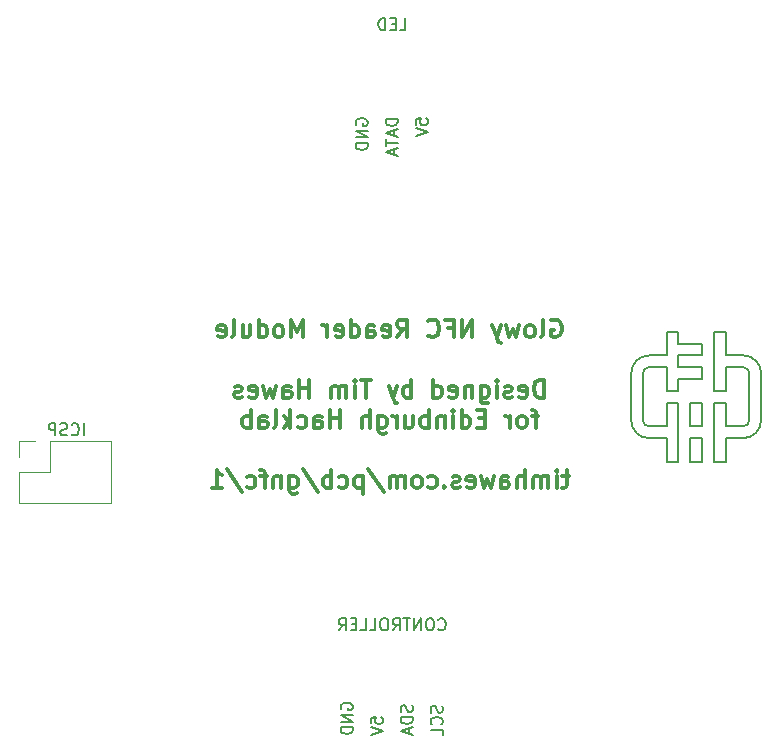
<source format=gbo>
G04 #@! TF.GenerationSoftware,KiCad,Pcbnew,(5.1.2-1)-1*
G04 #@! TF.CreationDate,2019-07-21T21:36:06+01:00*
G04 #@! TF.ProjectId,glowy_nfc_reader_module,676c6f77-795f-46e6-9663-5f7265616465,rev?*
G04 #@! TF.SameCoordinates,Original*
G04 #@! TF.FileFunction,Legend,Bot*
G04 #@! TF.FilePolarity,Positive*
%FSLAX46Y46*%
G04 Gerber Fmt 4.6, Leading zero omitted, Abs format (unit mm)*
G04 Created by KiCad (PCBNEW (5.1.2-1)-1) date 2019-07-21 21:36:06*
%MOMM*%
%LPD*%
G04 APERTURE LIST*
%ADD10C,0.300000*%
%ADD11C,0.150000*%
%ADD12C,0.120000*%
G04 APERTURE END LIST*
D10*
X162074285Y-95505000D02*
X162217142Y-95433571D01*
X162431428Y-95433571D01*
X162645714Y-95505000D01*
X162788571Y-95647857D01*
X162860000Y-95790714D01*
X162931428Y-96076428D01*
X162931428Y-96290714D01*
X162860000Y-96576428D01*
X162788571Y-96719285D01*
X162645714Y-96862142D01*
X162431428Y-96933571D01*
X162288571Y-96933571D01*
X162074285Y-96862142D01*
X162002857Y-96790714D01*
X162002857Y-96290714D01*
X162288571Y-96290714D01*
X161145714Y-96933571D02*
X161288571Y-96862142D01*
X161360000Y-96719285D01*
X161360000Y-95433571D01*
X160360000Y-96933571D02*
X160502857Y-96862142D01*
X160574285Y-96790714D01*
X160645714Y-96647857D01*
X160645714Y-96219285D01*
X160574285Y-96076428D01*
X160502857Y-96005000D01*
X160360000Y-95933571D01*
X160145714Y-95933571D01*
X160002857Y-96005000D01*
X159931428Y-96076428D01*
X159860000Y-96219285D01*
X159860000Y-96647857D01*
X159931428Y-96790714D01*
X160002857Y-96862142D01*
X160145714Y-96933571D01*
X160360000Y-96933571D01*
X159360000Y-95933571D02*
X159074285Y-96933571D01*
X158788571Y-96219285D01*
X158502857Y-96933571D01*
X158217142Y-95933571D01*
X157788571Y-95933571D02*
X157431428Y-96933571D01*
X157074285Y-95933571D02*
X157431428Y-96933571D01*
X157574285Y-97290714D01*
X157645714Y-97362142D01*
X157788571Y-97433571D01*
X155360000Y-96933571D02*
X155360000Y-95433571D01*
X154502857Y-96933571D01*
X154502857Y-95433571D01*
X153288571Y-96147857D02*
X153788571Y-96147857D01*
X153788571Y-96933571D02*
X153788571Y-95433571D01*
X153074285Y-95433571D01*
X151645714Y-96790714D02*
X151717142Y-96862142D01*
X151931428Y-96933571D01*
X152074285Y-96933571D01*
X152288571Y-96862142D01*
X152431428Y-96719285D01*
X152502857Y-96576428D01*
X152574285Y-96290714D01*
X152574285Y-96076428D01*
X152502857Y-95790714D01*
X152431428Y-95647857D01*
X152288571Y-95505000D01*
X152074285Y-95433571D01*
X151931428Y-95433571D01*
X151717142Y-95505000D01*
X151645714Y-95576428D01*
X149002857Y-96933571D02*
X149502857Y-96219285D01*
X149860000Y-96933571D02*
X149860000Y-95433571D01*
X149288571Y-95433571D01*
X149145714Y-95505000D01*
X149074285Y-95576428D01*
X149002857Y-95719285D01*
X149002857Y-95933571D01*
X149074285Y-96076428D01*
X149145714Y-96147857D01*
X149288571Y-96219285D01*
X149860000Y-96219285D01*
X147788571Y-96862142D02*
X147931428Y-96933571D01*
X148217142Y-96933571D01*
X148360000Y-96862142D01*
X148431428Y-96719285D01*
X148431428Y-96147857D01*
X148360000Y-96005000D01*
X148217142Y-95933571D01*
X147931428Y-95933571D01*
X147788571Y-96005000D01*
X147717142Y-96147857D01*
X147717142Y-96290714D01*
X148431428Y-96433571D01*
X146431428Y-96933571D02*
X146431428Y-96147857D01*
X146502857Y-96005000D01*
X146645714Y-95933571D01*
X146931428Y-95933571D01*
X147074285Y-96005000D01*
X146431428Y-96862142D02*
X146574285Y-96933571D01*
X146931428Y-96933571D01*
X147074285Y-96862142D01*
X147145714Y-96719285D01*
X147145714Y-96576428D01*
X147074285Y-96433571D01*
X146931428Y-96362142D01*
X146574285Y-96362142D01*
X146431428Y-96290714D01*
X145074285Y-96933571D02*
X145074285Y-95433571D01*
X145074285Y-96862142D02*
X145217142Y-96933571D01*
X145502857Y-96933571D01*
X145645714Y-96862142D01*
X145717142Y-96790714D01*
X145788571Y-96647857D01*
X145788571Y-96219285D01*
X145717142Y-96076428D01*
X145645714Y-96005000D01*
X145502857Y-95933571D01*
X145217142Y-95933571D01*
X145074285Y-96005000D01*
X143788571Y-96862142D02*
X143931428Y-96933571D01*
X144217142Y-96933571D01*
X144360000Y-96862142D01*
X144431428Y-96719285D01*
X144431428Y-96147857D01*
X144360000Y-96005000D01*
X144217142Y-95933571D01*
X143931428Y-95933571D01*
X143788571Y-96005000D01*
X143717142Y-96147857D01*
X143717142Y-96290714D01*
X144431428Y-96433571D01*
X143074285Y-96933571D02*
X143074285Y-95933571D01*
X143074285Y-96219285D02*
X143002857Y-96076428D01*
X142931428Y-96005000D01*
X142788571Y-95933571D01*
X142645714Y-95933571D01*
X141002857Y-96933571D02*
X141002857Y-95433571D01*
X140502857Y-96505000D01*
X140002857Y-95433571D01*
X140002857Y-96933571D01*
X139074285Y-96933571D02*
X139217142Y-96862142D01*
X139288571Y-96790714D01*
X139360000Y-96647857D01*
X139360000Y-96219285D01*
X139288571Y-96076428D01*
X139217142Y-96005000D01*
X139074285Y-95933571D01*
X138860000Y-95933571D01*
X138717142Y-96005000D01*
X138645714Y-96076428D01*
X138574285Y-96219285D01*
X138574285Y-96647857D01*
X138645714Y-96790714D01*
X138717142Y-96862142D01*
X138860000Y-96933571D01*
X139074285Y-96933571D01*
X137288571Y-96933571D02*
X137288571Y-95433571D01*
X137288571Y-96862142D02*
X137431428Y-96933571D01*
X137717142Y-96933571D01*
X137860000Y-96862142D01*
X137931428Y-96790714D01*
X138002857Y-96647857D01*
X138002857Y-96219285D01*
X137931428Y-96076428D01*
X137860000Y-96005000D01*
X137717142Y-95933571D01*
X137431428Y-95933571D01*
X137288571Y-96005000D01*
X135931428Y-95933571D02*
X135931428Y-96933571D01*
X136574285Y-95933571D02*
X136574285Y-96719285D01*
X136502857Y-96862142D01*
X136360000Y-96933571D01*
X136145714Y-96933571D01*
X136002857Y-96862142D01*
X135931428Y-96790714D01*
X135002857Y-96933571D02*
X135145714Y-96862142D01*
X135217142Y-96719285D01*
X135217142Y-95433571D01*
X133860000Y-96862142D02*
X134002857Y-96933571D01*
X134288571Y-96933571D01*
X134431428Y-96862142D01*
X134502857Y-96719285D01*
X134502857Y-96147857D01*
X134431428Y-96005000D01*
X134288571Y-95933571D01*
X134002857Y-95933571D01*
X133860000Y-96005000D01*
X133788571Y-96147857D01*
X133788571Y-96290714D01*
X134502857Y-96433571D01*
X161431428Y-102033571D02*
X161431428Y-100533571D01*
X161074285Y-100533571D01*
X160860000Y-100605000D01*
X160717142Y-100747857D01*
X160645714Y-100890714D01*
X160574285Y-101176428D01*
X160574285Y-101390714D01*
X160645714Y-101676428D01*
X160717142Y-101819285D01*
X160860000Y-101962142D01*
X161074285Y-102033571D01*
X161431428Y-102033571D01*
X159360000Y-101962142D02*
X159502857Y-102033571D01*
X159788571Y-102033571D01*
X159931428Y-101962142D01*
X160002857Y-101819285D01*
X160002857Y-101247857D01*
X159931428Y-101105000D01*
X159788571Y-101033571D01*
X159502857Y-101033571D01*
X159360000Y-101105000D01*
X159288571Y-101247857D01*
X159288571Y-101390714D01*
X160002857Y-101533571D01*
X158717142Y-101962142D02*
X158574285Y-102033571D01*
X158288571Y-102033571D01*
X158145714Y-101962142D01*
X158074285Y-101819285D01*
X158074285Y-101747857D01*
X158145714Y-101605000D01*
X158288571Y-101533571D01*
X158502857Y-101533571D01*
X158645714Y-101462142D01*
X158717142Y-101319285D01*
X158717142Y-101247857D01*
X158645714Y-101105000D01*
X158502857Y-101033571D01*
X158288571Y-101033571D01*
X158145714Y-101105000D01*
X157431428Y-102033571D02*
X157431428Y-101033571D01*
X157431428Y-100533571D02*
X157502857Y-100605000D01*
X157431428Y-100676428D01*
X157360000Y-100605000D01*
X157431428Y-100533571D01*
X157431428Y-100676428D01*
X156074285Y-101033571D02*
X156074285Y-102247857D01*
X156145714Y-102390714D01*
X156217142Y-102462142D01*
X156360000Y-102533571D01*
X156574285Y-102533571D01*
X156717142Y-102462142D01*
X156074285Y-101962142D02*
X156217142Y-102033571D01*
X156502857Y-102033571D01*
X156645714Y-101962142D01*
X156717142Y-101890714D01*
X156788571Y-101747857D01*
X156788571Y-101319285D01*
X156717142Y-101176428D01*
X156645714Y-101105000D01*
X156502857Y-101033571D01*
X156217142Y-101033571D01*
X156074285Y-101105000D01*
X155360000Y-101033571D02*
X155360000Y-102033571D01*
X155360000Y-101176428D02*
X155288571Y-101105000D01*
X155145714Y-101033571D01*
X154931428Y-101033571D01*
X154788571Y-101105000D01*
X154717142Y-101247857D01*
X154717142Y-102033571D01*
X153431428Y-101962142D02*
X153574285Y-102033571D01*
X153860000Y-102033571D01*
X154002857Y-101962142D01*
X154074285Y-101819285D01*
X154074285Y-101247857D01*
X154002857Y-101105000D01*
X153860000Y-101033571D01*
X153574285Y-101033571D01*
X153431428Y-101105000D01*
X153360000Y-101247857D01*
X153360000Y-101390714D01*
X154074285Y-101533571D01*
X152074285Y-102033571D02*
X152074285Y-100533571D01*
X152074285Y-101962142D02*
X152217142Y-102033571D01*
X152502857Y-102033571D01*
X152645714Y-101962142D01*
X152717142Y-101890714D01*
X152788571Y-101747857D01*
X152788571Y-101319285D01*
X152717142Y-101176428D01*
X152645714Y-101105000D01*
X152502857Y-101033571D01*
X152217142Y-101033571D01*
X152074285Y-101105000D01*
X150217142Y-102033571D02*
X150217142Y-100533571D01*
X150217142Y-101105000D02*
X150074285Y-101033571D01*
X149788571Y-101033571D01*
X149645714Y-101105000D01*
X149574285Y-101176428D01*
X149502857Y-101319285D01*
X149502857Y-101747857D01*
X149574285Y-101890714D01*
X149645714Y-101962142D01*
X149788571Y-102033571D01*
X150074285Y-102033571D01*
X150217142Y-101962142D01*
X149002857Y-101033571D02*
X148645714Y-102033571D01*
X148288571Y-101033571D02*
X148645714Y-102033571D01*
X148788571Y-102390714D01*
X148860000Y-102462142D01*
X149002857Y-102533571D01*
X146788571Y-100533571D02*
X145931428Y-100533571D01*
X146360000Y-102033571D02*
X146360000Y-100533571D01*
X145431428Y-102033571D02*
X145431428Y-101033571D01*
X145431428Y-100533571D02*
X145502857Y-100605000D01*
X145431428Y-100676428D01*
X145360000Y-100605000D01*
X145431428Y-100533571D01*
X145431428Y-100676428D01*
X144717142Y-102033571D02*
X144717142Y-101033571D01*
X144717142Y-101176428D02*
X144645714Y-101105000D01*
X144502857Y-101033571D01*
X144288571Y-101033571D01*
X144145714Y-101105000D01*
X144074285Y-101247857D01*
X144074285Y-102033571D01*
X144074285Y-101247857D02*
X144002857Y-101105000D01*
X143860000Y-101033571D01*
X143645714Y-101033571D01*
X143502857Y-101105000D01*
X143431428Y-101247857D01*
X143431428Y-102033571D01*
X141574285Y-102033571D02*
X141574285Y-100533571D01*
X141574285Y-101247857D02*
X140717142Y-101247857D01*
X140717142Y-102033571D02*
X140717142Y-100533571D01*
X139360000Y-102033571D02*
X139360000Y-101247857D01*
X139431428Y-101105000D01*
X139574285Y-101033571D01*
X139860000Y-101033571D01*
X140002857Y-101105000D01*
X139360000Y-101962142D02*
X139502857Y-102033571D01*
X139860000Y-102033571D01*
X140002857Y-101962142D01*
X140074285Y-101819285D01*
X140074285Y-101676428D01*
X140002857Y-101533571D01*
X139860000Y-101462142D01*
X139502857Y-101462142D01*
X139360000Y-101390714D01*
X138788571Y-101033571D02*
X138502857Y-102033571D01*
X138217142Y-101319285D01*
X137931428Y-102033571D01*
X137645714Y-101033571D01*
X136502857Y-101962142D02*
X136645714Y-102033571D01*
X136931428Y-102033571D01*
X137074285Y-101962142D01*
X137145714Y-101819285D01*
X137145714Y-101247857D01*
X137074285Y-101105000D01*
X136931428Y-101033571D01*
X136645714Y-101033571D01*
X136502857Y-101105000D01*
X136431428Y-101247857D01*
X136431428Y-101390714D01*
X137145714Y-101533571D01*
X135860000Y-101962142D02*
X135717142Y-102033571D01*
X135431428Y-102033571D01*
X135288571Y-101962142D01*
X135217142Y-101819285D01*
X135217142Y-101747857D01*
X135288571Y-101605000D01*
X135431428Y-101533571D01*
X135645714Y-101533571D01*
X135788571Y-101462142D01*
X135860000Y-101319285D01*
X135860000Y-101247857D01*
X135788571Y-101105000D01*
X135645714Y-101033571D01*
X135431428Y-101033571D01*
X135288571Y-101105000D01*
X160967142Y-103583571D02*
X160395714Y-103583571D01*
X160752857Y-104583571D02*
X160752857Y-103297857D01*
X160681428Y-103155000D01*
X160538571Y-103083571D01*
X160395714Y-103083571D01*
X159681428Y-104583571D02*
X159824285Y-104512142D01*
X159895714Y-104440714D01*
X159967142Y-104297857D01*
X159967142Y-103869285D01*
X159895714Y-103726428D01*
X159824285Y-103655000D01*
X159681428Y-103583571D01*
X159467142Y-103583571D01*
X159324285Y-103655000D01*
X159252857Y-103726428D01*
X159181428Y-103869285D01*
X159181428Y-104297857D01*
X159252857Y-104440714D01*
X159324285Y-104512142D01*
X159467142Y-104583571D01*
X159681428Y-104583571D01*
X158538571Y-104583571D02*
X158538571Y-103583571D01*
X158538571Y-103869285D02*
X158467142Y-103726428D01*
X158395714Y-103655000D01*
X158252857Y-103583571D01*
X158110000Y-103583571D01*
X156467142Y-103797857D02*
X155967142Y-103797857D01*
X155752857Y-104583571D02*
X156467142Y-104583571D01*
X156467142Y-103083571D01*
X155752857Y-103083571D01*
X154467142Y-104583571D02*
X154467142Y-103083571D01*
X154467142Y-104512142D02*
X154610000Y-104583571D01*
X154895714Y-104583571D01*
X155038571Y-104512142D01*
X155110000Y-104440714D01*
X155181428Y-104297857D01*
X155181428Y-103869285D01*
X155110000Y-103726428D01*
X155038571Y-103655000D01*
X154895714Y-103583571D01*
X154610000Y-103583571D01*
X154467142Y-103655000D01*
X153752857Y-104583571D02*
X153752857Y-103583571D01*
X153752857Y-103083571D02*
X153824285Y-103155000D01*
X153752857Y-103226428D01*
X153681428Y-103155000D01*
X153752857Y-103083571D01*
X153752857Y-103226428D01*
X153038571Y-103583571D02*
X153038571Y-104583571D01*
X153038571Y-103726428D02*
X152967142Y-103655000D01*
X152824285Y-103583571D01*
X152610000Y-103583571D01*
X152467142Y-103655000D01*
X152395714Y-103797857D01*
X152395714Y-104583571D01*
X151681428Y-104583571D02*
X151681428Y-103083571D01*
X151681428Y-103655000D02*
X151538571Y-103583571D01*
X151252857Y-103583571D01*
X151110000Y-103655000D01*
X151038571Y-103726428D01*
X150967142Y-103869285D01*
X150967142Y-104297857D01*
X151038571Y-104440714D01*
X151110000Y-104512142D01*
X151252857Y-104583571D01*
X151538571Y-104583571D01*
X151681428Y-104512142D01*
X149681428Y-103583571D02*
X149681428Y-104583571D01*
X150324285Y-103583571D02*
X150324285Y-104369285D01*
X150252857Y-104512142D01*
X150110000Y-104583571D01*
X149895714Y-104583571D01*
X149752857Y-104512142D01*
X149681428Y-104440714D01*
X148967142Y-104583571D02*
X148967142Y-103583571D01*
X148967142Y-103869285D02*
X148895714Y-103726428D01*
X148824285Y-103655000D01*
X148681428Y-103583571D01*
X148538571Y-103583571D01*
X147395714Y-103583571D02*
X147395714Y-104797857D01*
X147467142Y-104940714D01*
X147538571Y-105012142D01*
X147681428Y-105083571D01*
X147895714Y-105083571D01*
X148038571Y-105012142D01*
X147395714Y-104512142D02*
X147538571Y-104583571D01*
X147824285Y-104583571D01*
X147967142Y-104512142D01*
X148038571Y-104440714D01*
X148110000Y-104297857D01*
X148110000Y-103869285D01*
X148038571Y-103726428D01*
X147967142Y-103655000D01*
X147824285Y-103583571D01*
X147538571Y-103583571D01*
X147395714Y-103655000D01*
X146681428Y-104583571D02*
X146681428Y-103083571D01*
X146038571Y-104583571D02*
X146038571Y-103797857D01*
X146110000Y-103655000D01*
X146252857Y-103583571D01*
X146467142Y-103583571D01*
X146610000Y-103655000D01*
X146681428Y-103726428D01*
X144181428Y-104583571D02*
X144181428Y-103083571D01*
X144181428Y-103797857D02*
X143324285Y-103797857D01*
X143324285Y-104583571D02*
X143324285Y-103083571D01*
X141967142Y-104583571D02*
X141967142Y-103797857D01*
X142038571Y-103655000D01*
X142181428Y-103583571D01*
X142467142Y-103583571D01*
X142610000Y-103655000D01*
X141967142Y-104512142D02*
X142110000Y-104583571D01*
X142467142Y-104583571D01*
X142610000Y-104512142D01*
X142681428Y-104369285D01*
X142681428Y-104226428D01*
X142610000Y-104083571D01*
X142467142Y-104012142D01*
X142110000Y-104012142D01*
X141967142Y-103940714D01*
X140610000Y-104512142D02*
X140752857Y-104583571D01*
X141038571Y-104583571D01*
X141181428Y-104512142D01*
X141252857Y-104440714D01*
X141324285Y-104297857D01*
X141324285Y-103869285D01*
X141252857Y-103726428D01*
X141181428Y-103655000D01*
X141038571Y-103583571D01*
X140752857Y-103583571D01*
X140610000Y-103655000D01*
X139967142Y-104583571D02*
X139967142Y-103083571D01*
X139824285Y-104012142D02*
X139395714Y-104583571D01*
X139395714Y-103583571D02*
X139967142Y-104155000D01*
X138538571Y-104583571D02*
X138681428Y-104512142D01*
X138752857Y-104369285D01*
X138752857Y-103083571D01*
X137324285Y-104583571D02*
X137324285Y-103797857D01*
X137395714Y-103655000D01*
X137538571Y-103583571D01*
X137824285Y-103583571D01*
X137967142Y-103655000D01*
X137324285Y-104512142D02*
X137467142Y-104583571D01*
X137824285Y-104583571D01*
X137967142Y-104512142D01*
X138038571Y-104369285D01*
X138038571Y-104226428D01*
X137967142Y-104083571D01*
X137824285Y-104012142D01*
X137467142Y-104012142D01*
X137324285Y-103940714D01*
X136610000Y-104583571D02*
X136610000Y-103083571D01*
X136610000Y-103655000D02*
X136467142Y-103583571D01*
X136181428Y-103583571D01*
X136038571Y-103655000D01*
X135967142Y-103726428D01*
X135895714Y-103869285D01*
X135895714Y-104297857D01*
X135967142Y-104440714D01*
X136038571Y-104512142D01*
X136181428Y-104583571D01*
X136467142Y-104583571D01*
X136610000Y-104512142D01*
X163574285Y-108683571D02*
X163002857Y-108683571D01*
X163360000Y-108183571D02*
X163360000Y-109469285D01*
X163288571Y-109612142D01*
X163145714Y-109683571D01*
X163002857Y-109683571D01*
X162502857Y-109683571D02*
X162502857Y-108683571D01*
X162502857Y-108183571D02*
X162574285Y-108255000D01*
X162502857Y-108326428D01*
X162431428Y-108255000D01*
X162502857Y-108183571D01*
X162502857Y-108326428D01*
X161788571Y-109683571D02*
X161788571Y-108683571D01*
X161788571Y-108826428D02*
X161717142Y-108755000D01*
X161574285Y-108683571D01*
X161360000Y-108683571D01*
X161217142Y-108755000D01*
X161145714Y-108897857D01*
X161145714Y-109683571D01*
X161145714Y-108897857D02*
X161074285Y-108755000D01*
X160931428Y-108683571D01*
X160717142Y-108683571D01*
X160574285Y-108755000D01*
X160502857Y-108897857D01*
X160502857Y-109683571D01*
X159788571Y-109683571D02*
X159788571Y-108183571D01*
X159145714Y-109683571D02*
X159145714Y-108897857D01*
X159217142Y-108755000D01*
X159360000Y-108683571D01*
X159574285Y-108683571D01*
X159717142Y-108755000D01*
X159788571Y-108826428D01*
X157788571Y-109683571D02*
X157788571Y-108897857D01*
X157860000Y-108755000D01*
X158002857Y-108683571D01*
X158288571Y-108683571D01*
X158431428Y-108755000D01*
X157788571Y-109612142D02*
X157931428Y-109683571D01*
X158288571Y-109683571D01*
X158431428Y-109612142D01*
X158502857Y-109469285D01*
X158502857Y-109326428D01*
X158431428Y-109183571D01*
X158288571Y-109112142D01*
X157931428Y-109112142D01*
X157788571Y-109040714D01*
X157217142Y-108683571D02*
X156931428Y-109683571D01*
X156645714Y-108969285D01*
X156360000Y-109683571D01*
X156074285Y-108683571D01*
X154931428Y-109612142D02*
X155074285Y-109683571D01*
X155360000Y-109683571D01*
X155502857Y-109612142D01*
X155574285Y-109469285D01*
X155574285Y-108897857D01*
X155502857Y-108755000D01*
X155360000Y-108683571D01*
X155074285Y-108683571D01*
X154931428Y-108755000D01*
X154860000Y-108897857D01*
X154860000Y-109040714D01*
X155574285Y-109183571D01*
X154288571Y-109612142D02*
X154145714Y-109683571D01*
X153860000Y-109683571D01*
X153717142Y-109612142D01*
X153645714Y-109469285D01*
X153645714Y-109397857D01*
X153717142Y-109255000D01*
X153860000Y-109183571D01*
X154074285Y-109183571D01*
X154217142Y-109112142D01*
X154288571Y-108969285D01*
X154288571Y-108897857D01*
X154217142Y-108755000D01*
X154074285Y-108683571D01*
X153860000Y-108683571D01*
X153717142Y-108755000D01*
X153002857Y-109540714D02*
X152931428Y-109612142D01*
X153002857Y-109683571D01*
X153074285Y-109612142D01*
X153002857Y-109540714D01*
X153002857Y-109683571D01*
X151645714Y-109612142D02*
X151788571Y-109683571D01*
X152074285Y-109683571D01*
X152217142Y-109612142D01*
X152288571Y-109540714D01*
X152360000Y-109397857D01*
X152360000Y-108969285D01*
X152288571Y-108826428D01*
X152217142Y-108755000D01*
X152074285Y-108683571D01*
X151788571Y-108683571D01*
X151645714Y-108755000D01*
X150788571Y-109683571D02*
X150931428Y-109612142D01*
X151002857Y-109540714D01*
X151074285Y-109397857D01*
X151074285Y-108969285D01*
X151002857Y-108826428D01*
X150931428Y-108755000D01*
X150788571Y-108683571D01*
X150574285Y-108683571D01*
X150431428Y-108755000D01*
X150360000Y-108826428D01*
X150288571Y-108969285D01*
X150288571Y-109397857D01*
X150360000Y-109540714D01*
X150431428Y-109612142D01*
X150574285Y-109683571D01*
X150788571Y-109683571D01*
X149645714Y-109683571D02*
X149645714Y-108683571D01*
X149645714Y-108826428D02*
X149574285Y-108755000D01*
X149431428Y-108683571D01*
X149217142Y-108683571D01*
X149074285Y-108755000D01*
X149002857Y-108897857D01*
X149002857Y-109683571D01*
X149002857Y-108897857D02*
X148931428Y-108755000D01*
X148788571Y-108683571D01*
X148574285Y-108683571D01*
X148431428Y-108755000D01*
X148360000Y-108897857D01*
X148360000Y-109683571D01*
X146574285Y-108112142D02*
X147860000Y-110040714D01*
X146074285Y-108683571D02*
X146074285Y-110183571D01*
X146074285Y-108755000D02*
X145931428Y-108683571D01*
X145645714Y-108683571D01*
X145502857Y-108755000D01*
X145431428Y-108826428D01*
X145360000Y-108969285D01*
X145360000Y-109397857D01*
X145431428Y-109540714D01*
X145502857Y-109612142D01*
X145645714Y-109683571D01*
X145931428Y-109683571D01*
X146074285Y-109612142D01*
X144074285Y-109612142D02*
X144217142Y-109683571D01*
X144502857Y-109683571D01*
X144645714Y-109612142D01*
X144717142Y-109540714D01*
X144788571Y-109397857D01*
X144788571Y-108969285D01*
X144717142Y-108826428D01*
X144645714Y-108755000D01*
X144502857Y-108683571D01*
X144217142Y-108683571D01*
X144074285Y-108755000D01*
X143431428Y-109683571D02*
X143431428Y-108183571D01*
X143431428Y-108755000D02*
X143288571Y-108683571D01*
X143002857Y-108683571D01*
X142860000Y-108755000D01*
X142788571Y-108826428D01*
X142717142Y-108969285D01*
X142717142Y-109397857D01*
X142788571Y-109540714D01*
X142860000Y-109612142D01*
X143002857Y-109683571D01*
X143288571Y-109683571D01*
X143431428Y-109612142D01*
X141002857Y-108112142D02*
X142288571Y-110040714D01*
X139860000Y-108683571D02*
X139860000Y-109897857D01*
X139931428Y-110040714D01*
X140002857Y-110112142D01*
X140145714Y-110183571D01*
X140360000Y-110183571D01*
X140502857Y-110112142D01*
X139860000Y-109612142D02*
X140002857Y-109683571D01*
X140288571Y-109683571D01*
X140431428Y-109612142D01*
X140502857Y-109540714D01*
X140574285Y-109397857D01*
X140574285Y-108969285D01*
X140502857Y-108826428D01*
X140431428Y-108755000D01*
X140288571Y-108683571D01*
X140002857Y-108683571D01*
X139860000Y-108755000D01*
X139145714Y-108683571D02*
X139145714Y-109683571D01*
X139145714Y-108826428D02*
X139074285Y-108755000D01*
X138931428Y-108683571D01*
X138717142Y-108683571D01*
X138574285Y-108755000D01*
X138502857Y-108897857D01*
X138502857Y-109683571D01*
X138002857Y-108683571D02*
X137431428Y-108683571D01*
X137788571Y-109683571D02*
X137788571Y-108397857D01*
X137717142Y-108255000D01*
X137574285Y-108183571D01*
X137431428Y-108183571D01*
X136288571Y-109612142D02*
X136431428Y-109683571D01*
X136717142Y-109683571D01*
X136860000Y-109612142D01*
X136931428Y-109540714D01*
X137002857Y-109397857D01*
X137002857Y-108969285D01*
X136931428Y-108826428D01*
X136860000Y-108755000D01*
X136717142Y-108683571D01*
X136431428Y-108683571D01*
X136288571Y-108755000D01*
X134574285Y-108112142D02*
X135860000Y-110040714D01*
X133288571Y-109683571D02*
X134145714Y-109683571D01*
X133717142Y-109683571D02*
X133717142Y-108183571D01*
X133860000Y-108397857D01*
X134002857Y-108540714D01*
X134145714Y-108612142D01*
D11*
X152494761Y-121642142D02*
X152542380Y-121689761D01*
X152685238Y-121737380D01*
X152780476Y-121737380D01*
X152923333Y-121689761D01*
X153018571Y-121594523D01*
X153066190Y-121499285D01*
X153113809Y-121308809D01*
X153113809Y-121165952D01*
X153066190Y-120975476D01*
X153018571Y-120880238D01*
X152923333Y-120785000D01*
X152780476Y-120737380D01*
X152685238Y-120737380D01*
X152542380Y-120785000D01*
X152494761Y-120832619D01*
X151875714Y-120737380D02*
X151685238Y-120737380D01*
X151590000Y-120785000D01*
X151494761Y-120880238D01*
X151447142Y-121070714D01*
X151447142Y-121404047D01*
X151494761Y-121594523D01*
X151590000Y-121689761D01*
X151685238Y-121737380D01*
X151875714Y-121737380D01*
X151970952Y-121689761D01*
X152066190Y-121594523D01*
X152113809Y-121404047D01*
X152113809Y-121070714D01*
X152066190Y-120880238D01*
X151970952Y-120785000D01*
X151875714Y-120737380D01*
X151018571Y-121737380D02*
X151018571Y-120737380D01*
X150447142Y-121737380D01*
X150447142Y-120737380D01*
X150113809Y-120737380D02*
X149542380Y-120737380D01*
X149828095Y-121737380D02*
X149828095Y-120737380D01*
X148637619Y-121737380D02*
X148970952Y-121261190D01*
X149209047Y-121737380D02*
X149209047Y-120737380D01*
X148828095Y-120737380D01*
X148732857Y-120785000D01*
X148685238Y-120832619D01*
X148637619Y-120927857D01*
X148637619Y-121070714D01*
X148685238Y-121165952D01*
X148732857Y-121213571D01*
X148828095Y-121261190D01*
X149209047Y-121261190D01*
X148018571Y-120737380D02*
X147828095Y-120737380D01*
X147732857Y-120785000D01*
X147637619Y-120880238D01*
X147590000Y-121070714D01*
X147590000Y-121404047D01*
X147637619Y-121594523D01*
X147732857Y-121689761D01*
X147828095Y-121737380D01*
X148018571Y-121737380D01*
X148113809Y-121689761D01*
X148209047Y-121594523D01*
X148256666Y-121404047D01*
X148256666Y-121070714D01*
X148209047Y-120880238D01*
X148113809Y-120785000D01*
X148018571Y-120737380D01*
X146685238Y-121737380D02*
X147161428Y-121737380D01*
X147161428Y-120737380D01*
X145875714Y-121737380D02*
X146351904Y-121737380D01*
X146351904Y-120737380D01*
X145542380Y-121213571D02*
X145209047Y-121213571D01*
X145066190Y-121737380D02*
X145542380Y-121737380D01*
X145542380Y-120737380D01*
X145066190Y-120737380D01*
X144066190Y-121737380D02*
X144399523Y-121261190D01*
X144637619Y-121737380D02*
X144637619Y-120737380D01*
X144256666Y-120737380D01*
X144161428Y-120785000D01*
X144113809Y-120832619D01*
X144066190Y-120927857D01*
X144066190Y-121070714D01*
X144113809Y-121165952D01*
X144161428Y-121213571D01*
X144256666Y-121261190D01*
X144637619Y-121261190D01*
X149232857Y-70937380D02*
X149709047Y-70937380D01*
X149709047Y-69937380D01*
X148899523Y-70413571D02*
X148566190Y-70413571D01*
X148423333Y-70937380D02*
X148899523Y-70937380D01*
X148899523Y-69937380D01*
X148423333Y-69937380D01*
X147994761Y-70937380D02*
X147994761Y-69937380D01*
X147756666Y-69937380D01*
X147613809Y-69985000D01*
X147518571Y-70080238D01*
X147470952Y-70175476D01*
X147423333Y-70365952D01*
X147423333Y-70508809D01*
X147470952Y-70699285D01*
X147518571Y-70794523D01*
X147613809Y-70889761D01*
X147756666Y-70937380D01*
X147994761Y-70937380D01*
X150582380Y-78916785D02*
X150582380Y-78440595D01*
X151058571Y-78392976D01*
X151010952Y-78440595D01*
X150963333Y-78535833D01*
X150963333Y-78773928D01*
X151010952Y-78869166D01*
X151058571Y-78916785D01*
X151153809Y-78964404D01*
X151391904Y-78964404D01*
X151487142Y-78916785D01*
X151534761Y-78869166D01*
X151582380Y-78773928D01*
X151582380Y-78535833D01*
X151534761Y-78440595D01*
X151487142Y-78392976D01*
X150582380Y-79250119D02*
X151582380Y-79583452D01*
X150582380Y-79916785D01*
X149042380Y-78440595D02*
X148042380Y-78440595D01*
X148042380Y-78678690D01*
X148090000Y-78821547D01*
X148185238Y-78916785D01*
X148280476Y-78964404D01*
X148470952Y-79012023D01*
X148613809Y-79012023D01*
X148804285Y-78964404D01*
X148899523Y-78916785D01*
X148994761Y-78821547D01*
X149042380Y-78678690D01*
X149042380Y-78440595D01*
X148756666Y-79392976D02*
X148756666Y-79869166D01*
X149042380Y-79297738D02*
X148042380Y-79631071D01*
X149042380Y-79964404D01*
X148042380Y-80154880D02*
X148042380Y-80726309D01*
X149042380Y-80440595D02*
X148042380Y-80440595D01*
X148756666Y-81012023D02*
X148756666Y-81488214D01*
X149042380Y-80916785D02*
X148042380Y-81250119D01*
X149042380Y-81583452D01*
X145550000Y-78964404D02*
X145502380Y-78869166D01*
X145502380Y-78726309D01*
X145550000Y-78583452D01*
X145645238Y-78488214D01*
X145740476Y-78440595D01*
X145930952Y-78392976D01*
X146073809Y-78392976D01*
X146264285Y-78440595D01*
X146359523Y-78488214D01*
X146454761Y-78583452D01*
X146502380Y-78726309D01*
X146502380Y-78821547D01*
X146454761Y-78964404D01*
X146407142Y-79012023D01*
X146073809Y-79012023D01*
X146073809Y-78821547D01*
X146502380Y-79440595D02*
X145502380Y-79440595D01*
X146502380Y-80012023D01*
X145502380Y-80012023D01*
X146502380Y-80488214D02*
X145502380Y-80488214D01*
X145502380Y-80726309D01*
X145550000Y-80869166D01*
X145645238Y-80964404D01*
X145740476Y-81012023D01*
X145930952Y-81059642D01*
X146073809Y-81059642D01*
X146264285Y-81012023D01*
X146359523Y-80964404D01*
X146454761Y-80869166D01*
X146502380Y-80726309D01*
X146502380Y-80488214D01*
X150264761Y-128093452D02*
X150312380Y-128236309D01*
X150312380Y-128474404D01*
X150264761Y-128569642D01*
X150217142Y-128617261D01*
X150121904Y-128664880D01*
X150026666Y-128664880D01*
X149931428Y-128617261D01*
X149883809Y-128569642D01*
X149836190Y-128474404D01*
X149788571Y-128283928D01*
X149740952Y-128188690D01*
X149693333Y-128141071D01*
X149598095Y-128093452D01*
X149502857Y-128093452D01*
X149407619Y-128141071D01*
X149360000Y-128188690D01*
X149312380Y-128283928D01*
X149312380Y-128522023D01*
X149360000Y-128664880D01*
X150312380Y-129093452D02*
X149312380Y-129093452D01*
X149312380Y-129331547D01*
X149360000Y-129474404D01*
X149455238Y-129569642D01*
X149550476Y-129617261D01*
X149740952Y-129664880D01*
X149883809Y-129664880D01*
X150074285Y-129617261D01*
X150169523Y-129569642D01*
X150264761Y-129474404D01*
X150312380Y-129331547D01*
X150312380Y-129093452D01*
X150026666Y-130045833D02*
X150026666Y-130522023D01*
X150312380Y-129950595D02*
X149312380Y-130283928D01*
X150312380Y-130617261D01*
X152804761Y-128141071D02*
X152852380Y-128283928D01*
X152852380Y-128522023D01*
X152804761Y-128617261D01*
X152757142Y-128664880D01*
X152661904Y-128712500D01*
X152566666Y-128712500D01*
X152471428Y-128664880D01*
X152423809Y-128617261D01*
X152376190Y-128522023D01*
X152328571Y-128331547D01*
X152280952Y-128236309D01*
X152233333Y-128188690D01*
X152138095Y-128141071D01*
X152042857Y-128141071D01*
X151947619Y-128188690D01*
X151900000Y-128236309D01*
X151852380Y-128331547D01*
X151852380Y-128569642D01*
X151900000Y-128712500D01*
X152757142Y-129712500D02*
X152804761Y-129664880D01*
X152852380Y-129522023D01*
X152852380Y-129426785D01*
X152804761Y-129283928D01*
X152709523Y-129188690D01*
X152614285Y-129141071D01*
X152423809Y-129093452D01*
X152280952Y-129093452D01*
X152090476Y-129141071D01*
X151995238Y-129188690D01*
X151900000Y-129283928D01*
X151852380Y-129426785D01*
X151852380Y-129522023D01*
X151900000Y-129664880D01*
X151947619Y-129712500D01*
X152852380Y-130617261D02*
X152852380Y-130141071D01*
X151852380Y-130141071D01*
X146772380Y-129617261D02*
X146772380Y-129141071D01*
X147248571Y-129093452D01*
X147200952Y-129141071D01*
X147153333Y-129236309D01*
X147153333Y-129474404D01*
X147200952Y-129569642D01*
X147248571Y-129617261D01*
X147343809Y-129664880D01*
X147581904Y-129664880D01*
X147677142Y-129617261D01*
X147724761Y-129569642D01*
X147772380Y-129474404D01*
X147772380Y-129236309D01*
X147724761Y-129141071D01*
X147677142Y-129093452D01*
X146772380Y-129950595D02*
X147772380Y-130283928D01*
X146772380Y-130617261D01*
X144280000Y-128426785D02*
X144232380Y-128331547D01*
X144232380Y-128188690D01*
X144280000Y-128045833D01*
X144375238Y-127950595D01*
X144470476Y-127902976D01*
X144660952Y-127855357D01*
X144803809Y-127855357D01*
X144994285Y-127902976D01*
X145089523Y-127950595D01*
X145184761Y-128045833D01*
X145232380Y-128188690D01*
X145232380Y-128283928D01*
X145184761Y-128426785D01*
X145137142Y-128474404D01*
X144803809Y-128474404D01*
X144803809Y-128283928D01*
X145232380Y-128902976D02*
X144232380Y-128902976D01*
X145232380Y-129474404D01*
X144232380Y-129474404D01*
X145232380Y-129950595D02*
X144232380Y-129950595D01*
X144232380Y-130188690D01*
X144280000Y-130331547D01*
X144375238Y-130426785D01*
X144470476Y-130474404D01*
X144660952Y-130522023D01*
X144803809Y-130522023D01*
X144994285Y-130474404D01*
X145089523Y-130426785D01*
X145184761Y-130331547D01*
X145232380Y-130188690D01*
X145232380Y-129950595D01*
X174820000Y-102470000D02*
X173820000Y-102470000D01*
X173820000Y-102470000D02*
X173820000Y-104470000D01*
X173820000Y-104470000D02*
X174820000Y-104470000D01*
X174820000Y-104470000D02*
X174820000Y-102470000D01*
X174820000Y-105470000D02*
X173820000Y-105470000D01*
X173820000Y-105470000D02*
X173820000Y-107470000D01*
X173820000Y-107470000D02*
X174820000Y-107470000D01*
X174820000Y-107470000D02*
X174820000Y-105470000D01*
X172820000Y-102470000D02*
X172820000Y-107470000D01*
X172820000Y-107470000D02*
X171820000Y-107470000D01*
X171820000Y-107470000D02*
X171820000Y-105470000D01*
X171820000Y-105470000D02*
X170320000Y-105470000D01*
X172820000Y-102470000D02*
X171820000Y-102470000D01*
X171820000Y-102470000D02*
X171820000Y-104470000D01*
X171820000Y-104470000D02*
X170320000Y-104470000D01*
X175820000Y-102470000D02*
X175820000Y-107470000D01*
X175820000Y-107470000D02*
X176820000Y-107470000D01*
X176820000Y-107470000D02*
X176820000Y-105470000D01*
X176820000Y-105470000D02*
X178320000Y-105470000D01*
X175820000Y-102470000D02*
X176820000Y-102470000D01*
X176820000Y-102470000D02*
X176820000Y-104470000D01*
X176820000Y-104470000D02*
X178320000Y-104470000D01*
X176820000Y-101470000D02*
X175820000Y-101470000D01*
X175820000Y-101470000D02*
X175820000Y-96470000D01*
X175820000Y-96470000D02*
X176820000Y-96470000D01*
X176820000Y-96470000D02*
X176820000Y-98470000D01*
X176820000Y-98470000D02*
X178320000Y-98470000D01*
X176820000Y-101470000D02*
X176820000Y-99470000D01*
X176820000Y-99470000D02*
X178320000Y-99470000D01*
X172820000Y-96470000D02*
X172820000Y-97470000D01*
X172820000Y-97470000D02*
X174820000Y-97470000D01*
X174820000Y-97470000D02*
X174820000Y-98470000D01*
X174820000Y-98470000D02*
X172820000Y-98470000D01*
X172820000Y-98470000D02*
X172820000Y-99470000D01*
X172820000Y-99470000D02*
X174820000Y-99470000D01*
X174820000Y-99470000D02*
X174820000Y-100470000D01*
X174820000Y-100470000D02*
X172820000Y-100470000D01*
X172820000Y-100470000D02*
X172820000Y-101470000D01*
X172820000Y-101470000D02*
X171820000Y-101470000D01*
X171820000Y-101470000D02*
X171820000Y-99470000D01*
X171820000Y-99470000D02*
X170320000Y-99470000D01*
X172820000Y-96470000D02*
X171820000Y-96470000D01*
X171820000Y-96470000D02*
X171820000Y-98470000D01*
X171820000Y-98470000D02*
X170320000Y-98470000D01*
X169820000Y-99970000D02*
X169820000Y-103970000D01*
X168820000Y-99970000D02*
X168820000Y-103970000D01*
X178820000Y-99970000D02*
X178820000Y-103970000D01*
X179820000Y-99970000D02*
X179820000Y-103970000D01*
X169820000Y-99970000D02*
G75*
G02X170320000Y-99470000I500000J0D01*
G01*
X168820000Y-99970000D02*
G75*
G02X170320000Y-98470000I1500000J0D01*
G01*
X170320000Y-104470000D02*
G75*
G02X169820000Y-103970000I0J500000D01*
G01*
X170320000Y-105470000D02*
G75*
G02X168820000Y-103970000I0J1500000D01*
G01*
X178320000Y-99470000D02*
G75*
G02X178820000Y-99970000I0J-500000D01*
G01*
X178320000Y-98470000D02*
G75*
G02X179820000Y-99970000I0J-1500000D01*
G01*
X178820000Y-103970000D02*
G75*
G02X178320000Y-104470000I-500000J0D01*
G01*
X179820000Y-103970000D02*
G75*
G02X178320000Y-105470000I-1500000J0D01*
G01*
D12*
X117015000Y-105750000D02*
X117015000Y-107080000D01*
X118345000Y-105750000D02*
X117015000Y-105750000D01*
X117015000Y-108350000D02*
X117015000Y-110950000D01*
X119615000Y-108350000D02*
X117015000Y-108350000D01*
X119615000Y-105750000D02*
X119615000Y-108350000D01*
X117015000Y-110950000D02*
X124755000Y-110950000D01*
X119615000Y-105750000D02*
X124755000Y-105750000D01*
X124755000Y-105750000D02*
X124755000Y-110950000D01*
D11*
X122491190Y-105227380D02*
X122491190Y-104227380D01*
X121443571Y-105132142D02*
X121491190Y-105179761D01*
X121634047Y-105227380D01*
X121729285Y-105227380D01*
X121872142Y-105179761D01*
X121967380Y-105084523D01*
X122015000Y-104989285D01*
X122062619Y-104798809D01*
X122062619Y-104655952D01*
X122015000Y-104465476D01*
X121967380Y-104370238D01*
X121872142Y-104275000D01*
X121729285Y-104227380D01*
X121634047Y-104227380D01*
X121491190Y-104275000D01*
X121443571Y-104322619D01*
X121062619Y-105179761D02*
X120919761Y-105227380D01*
X120681666Y-105227380D01*
X120586428Y-105179761D01*
X120538809Y-105132142D01*
X120491190Y-105036904D01*
X120491190Y-104941666D01*
X120538809Y-104846428D01*
X120586428Y-104798809D01*
X120681666Y-104751190D01*
X120872142Y-104703571D01*
X120967380Y-104655952D01*
X121015000Y-104608333D01*
X121062619Y-104513095D01*
X121062619Y-104417857D01*
X121015000Y-104322619D01*
X120967380Y-104275000D01*
X120872142Y-104227380D01*
X120634047Y-104227380D01*
X120491190Y-104275000D01*
X120062619Y-105227380D02*
X120062619Y-104227380D01*
X119681666Y-104227380D01*
X119586428Y-104275000D01*
X119538809Y-104322619D01*
X119491190Y-104417857D01*
X119491190Y-104560714D01*
X119538809Y-104655952D01*
X119586428Y-104703571D01*
X119681666Y-104751190D01*
X120062619Y-104751190D01*
M02*

</source>
